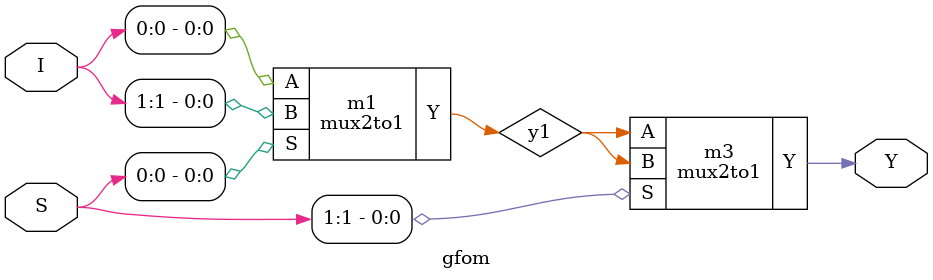
<source format=v>
module mux2to1(A,B,S,Y);
    input A,B,S;
    output Y;    
    assign Y = (S) ? B : A;
endmodule

module gfom(I,S,Y);
    input [0:3]I;
    input [1:0]S;
    output Y;
    wire y1,y2;
    
    mux2to1 m1(.A(I[0]), .B(I[1]), .S(S[0]), .Y(y1));
    mux2to1 m2(.A(I[2]), .B(I[4]), .S(S[0]), .Y(y2));
    
    mux2to1 m3(.A(y1), .B(y1), .S(S[1]), .Y(Y));
    
endmodule    
</source>
